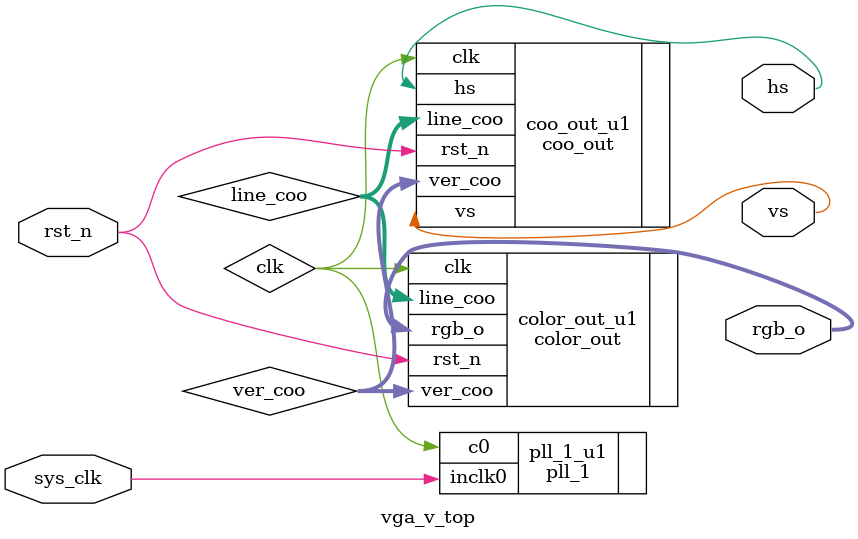
<source format=v>
module  vga_v_top #(parameter WIDTH = 10)(
    //input;
    input    wire    sys_clk,
    input    wire    rst_n,
    //output;
    output   wire    hs,
    output   wire    vs,
    output   wire    [15:0]        rgb_o 
);
wire clk;
wire [WIDTH-1:0] line_coo;
wire [WIDTH-1:0] ver_coo;
//pll_1 inst;
pll_1  pll_1_u1( 
    .inclk0             (sys_clk),
    .c0                 (clk)
);
//coo_out inst;
coo_out  coo_out_u1( 
    .clk                (clk),
    .rst_n              (rst_n),
    .hs                 (hs),
    .vs                 (vs),
    .line_coo           (line_coo),
    .ver_coo            (ver_coo)
);
//color_out inst;
color_out  color_out_u1( 
    .clk                (clk),
    .rst_n              (rst_n),
    .line_coo           (line_coo),
    .ver_coo            (ver_coo),
    .rgb_o              (rgb_o)
);

endmodule
</source>
